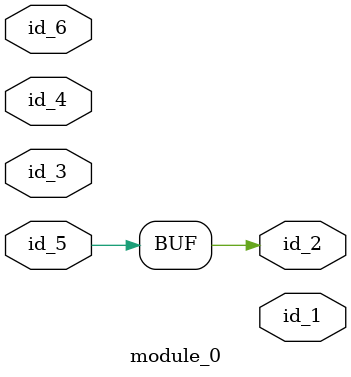
<source format=v>
`define pp_6 0
module module_0 (
    id_1,
    id_2,
    id_3,
    id_4,
    id_5,
    id_6
);
  input id_6;
  input id_5;
  inout id_4;
  inout id_3;
  output id_2;
  output id_1;
  assign id_2 = id_5;
endmodule

</source>
